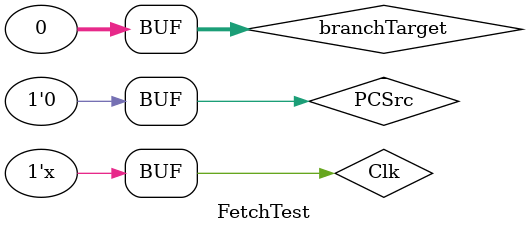
<source format=v>
`timescale 1ns / 1ps


module FetchTest;

	// Inputs
	reg [31:0] branchTarget;
	reg Clk;
	reg PCSrc;
	reg [31:0] nextPC;

	// Outputs
	wire [31:0] inst;
	wire [31:0] pcOut;
	wire hit;
	// Instantiate the Unit Under Test (UUT)
	FetchModule uut (
		.branchTarget(branchTarget), 
		.Clk(Clk), 
		.PCSrc(PCSrc), 
		.nextPC(nextPC), 
		.inst(inst), 
		.pcOut(pcOut), 
		.hit(hit)
	);

	initial begin
		// Initialize Inputs
		branchTarget = 0;
		Clk = 0;
		PCSrc = 0;
		nextPC = 0;

		// Wait 100 ns for global reset to finish
		#10;
        //
		// Add stimulus here

 
	end
    	always begin 
		#10;
		Clk <= ~Clk; 
	end
	always @ (posedge Clk)
		nextPC <= nextPC + 4;
endmodule



</source>
